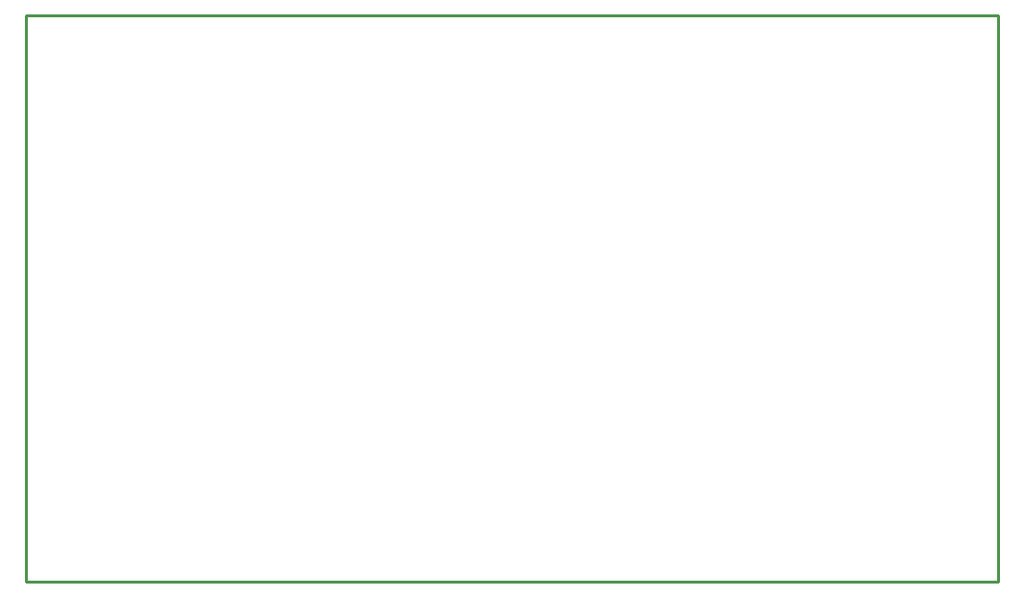
<source format=gko>
G04 Layer_Color=16711935*
%FSLAX25Y25*%
%MOIN*%
G70*
G01*
G75*
%ADD11C,0.01000*%
D11*
X100000Y100000D02*
Y296500D01*
X437500D01*
Y100000D02*
Y296500D01*
X100000Y100000D02*
X437500D01*
M02*

</source>
